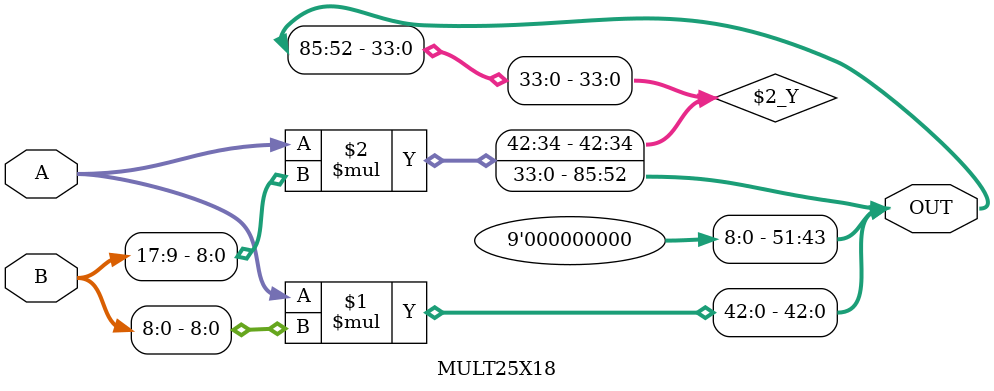
<source format=v>
module MULT25X18
  (
   A, B,
   OUT
   );

   input wire [24:0] A;
   input wire [17:0] B;

   output wire [85:0] OUT;

   // TODO(elms): See if there is a way validate the actual partial product split
   assign OUT[42:0] = A * B[8:0];
   assign OUT[85:43] = (A * B[17:9]) << 9;

endmodule // MULT25X18


</source>
